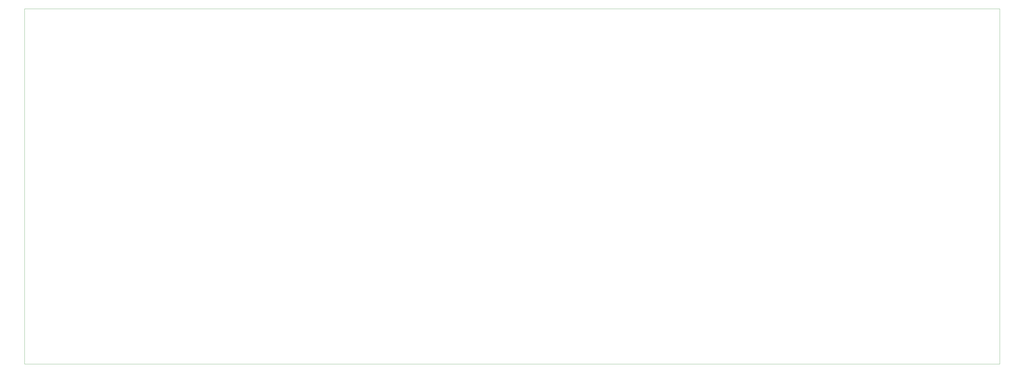
<source format=gbr>
%TF.GenerationSoftware,KiCad,Pcbnew,9.0.2*%
%TF.CreationDate,2025-06-22T22:51:19+05:30*%
%TF.ProjectId,hackboard,6861636b-626f-4617-9264-2e6b69636164,rev?*%
%TF.SameCoordinates,Original*%
%TF.FileFunction,Profile,NP*%
%FSLAX46Y46*%
G04 Gerber Fmt 4.6, Leading zero omitted, Abs format (unit mm)*
G04 Created by KiCad (PCBNEW 9.0.2) date 2025-06-22 22:51:19*
%MOMM*%
%LPD*%
G01*
G04 APERTURE LIST*
%TA.AperFunction,Profile*%
%ADD10C,0.050000*%
%TD*%
G04 APERTURE END LIST*
D10*
X60470000Y-217830000D02*
X427570000Y-217830000D01*
X427570000Y-351580000D01*
X60470000Y-351580000D01*
X60470000Y-217830000D01*
M02*

</source>
